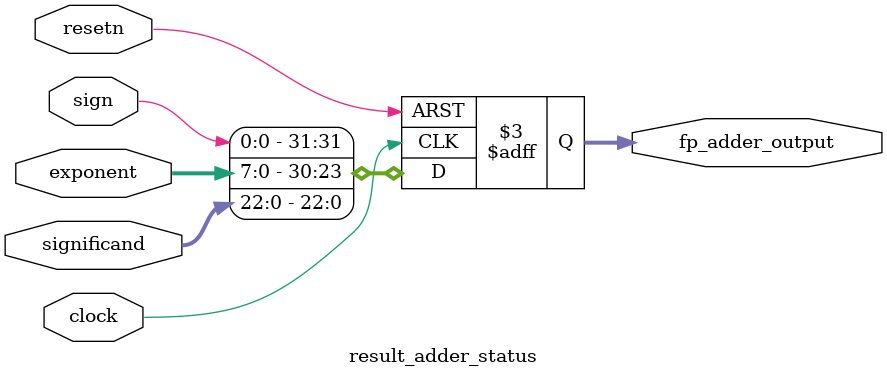
<source format=v>
module result_adder_status(clock, resetn, sign, exponent, significand, fp_adder_output);
	input clock,resetn;
	
	input sign;
	input [7:0] exponent;
	input [23:0] significand;
	
	output reg [31:0] fp_adder_output;

	always@(posedge clock, negedge resetn) begin
		if(!resetn) begin
			fp_adder_output <= 0;
		end
		else begin
			fp_adder_output <= {sign, exponent, significand[22:0]};
		end
	end

endmodule 

</source>
